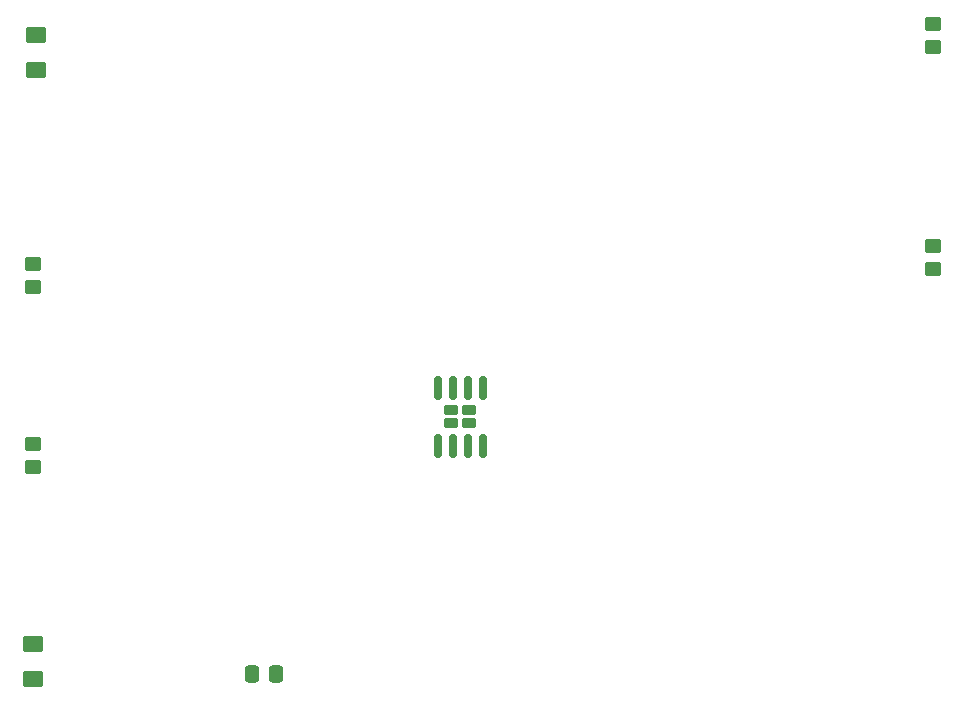
<source format=gbr>
%TF.GenerationSoftware,KiCad,Pcbnew,(6.0.10-0)*%
%TF.CreationDate,2023-02-14T13:22:42-08:00*%
%TF.ProjectId,lab4 exercise2,6c616234-2065-4786-9572-63697365322e,rev?*%
%TF.SameCoordinates,Original*%
%TF.FileFunction,Paste,Top*%
%TF.FilePolarity,Positive*%
%FSLAX46Y46*%
G04 Gerber Fmt 4.6, Leading zero omitted, Abs format (unit mm)*
G04 Created by KiCad (PCBNEW (6.0.10-0)) date 2023-02-14 13:22:42*
%MOMM*%
%LPD*%
G01*
G04 APERTURE LIST*
G04 Aperture macros list*
%AMRoundRect*
0 Rectangle with rounded corners*
0 $1 Rounding radius*
0 $2 $3 $4 $5 $6 $7 $8 $9 X,Y pos of 4 corners*
0 Add a 4 corners polygon primitive as box body*
4,1,4,$2,$3,$4,$5,$6,$7,$8,$9,$2,$3,0*
0 Add four circle primitives for the rounded corners*
1,1,$1+$1,$2,$3*
1,1,$1+$1,$4,$5*
1,1,$1+$1,$6,$7*
1,1,$1+$1,$8,$9*
0 Add four rect primitives between the rounded corners*
20,1,$1+$1,$2,$3,$4,$5,0*
20,1,$1+$1,$4,$5,$6,$7,0*
20,1,$1+$1,$6,$7,$8,$9,0*
20,1,$1+$1,$8,$9,$2,$3,0*%
G04 Aperture macros list end*
%ADD10RoundRect,0.230000X0.375000X-0.230000X0.375000X0.230000X-0.375000X0.230000X-0.375000X-0.230000X0*%
%ADD11RoundRect,0.150000X0.150000X-0.825000X0.150000X0.825000X-0.150000X0.825000X-0.150000X-0.825000X0*%
%ADD12RoundRect,0.250000X0.450000X-0.350000X0.450000X0.350000X-0.450000X0.350000X-0.450000X-0.350000X0*%
%ADD13RoundRect,0.250001X0.624999X-0.462499X0.624999X0.462499X-0.624999X0.462499X-0.624999X-0.462499X0*%
%ADD14RoundRect,0.250000X-0.337500X-0.475000X0.337500X-0.475000X0.337500X0.475000X-0.337500X0.475000X0*%
G04 APERTURE END LIST*
D10*
%TO.C,U1*%
X123240000Y-101420000D03*
X121740000Y-100280000D03*
X121740000Y-101420000D03*
X123240000Y-100280000D03*
D11*
X120585000Y-103325000D03*
X121855000Y-103325000D03*
X123125000Y-103325000D03*
X124395000Y-103325000D03*
X124395000Y-98375000D03*
X123125000Y-98375000D03*
X121855000Y-98375000D03*
X120585000Y-98375000D03*
%TD*%
D12*
%TO.C,R2*%
X162560000Y-88360000D03*
X162560000Y-86360000D03*
%TD*%
%TO.C,R4*%
X86360000Y-105140000D03*
X86360000Y-103140000D03*
%TD*%
D13*
%TO.C,D2*%
X86360000Y-123037500D03*
X86360000Y-120062500D03*
%TD*%
D12*
%TO.C,R1*%
X162560000Y-69580000D03*
X162560000Y-67580000D03*
%TD*%
%TO.C,R3*%
X86360000Y-89900000D03*
X86360000Y-87900000D03*
%TD*%
D14*
%TO.C,C2*%
X104858744Y-122655000D03*
X106933744Y-122655000D03*
%TD*%
D13*
%TO.C,D1*%
X86555000Y-71492500D03*
X86555000Y-68517500D03*
%TD*%
M02*

</source>
